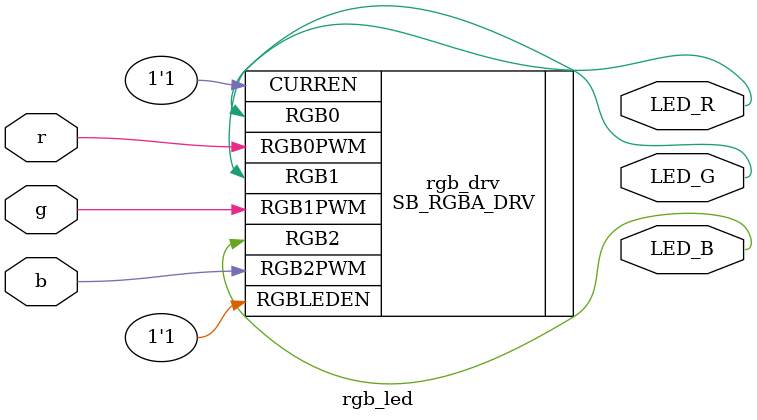
<source format=v>

module rgb_led (
    input  r,
    input  g,
    input  b,
    output LED_R,
    output LED_G,
    output LED_B
);

    // On-chip RGB LED driver
    // iCE40UP5K has exactly ONE of these blocks
    SB_RGBA_DRV #(
        .CURRENT_MODE("0b1"),      // Enable programmable current
        .RGB0_CURRENT("0b000001"), // ~2 mA (R)
        .RGB1_CURRENT("0b000001"), // ~2 mA (G)
        .RGB2_CURRENT("0b000001")  // ~2 mA (B)
    ) rgb_drv (
        .CURREN   (1'b1),  // Enable current source
        .RGBLEDEN (1'b1),  // Enable LED driver

        // PWM / enable inputs (active-high)
        .RGB0PWM  (r),
        .RGB1PWM  (g),
        .RGB2PWM  (b),

        // Physical LED pins (active-low sinks)
        .RGB0     (LED_R),
        .RGB1     (LED_G),
        .RGB2     (LED_B)
    );

endmodule

</source>
